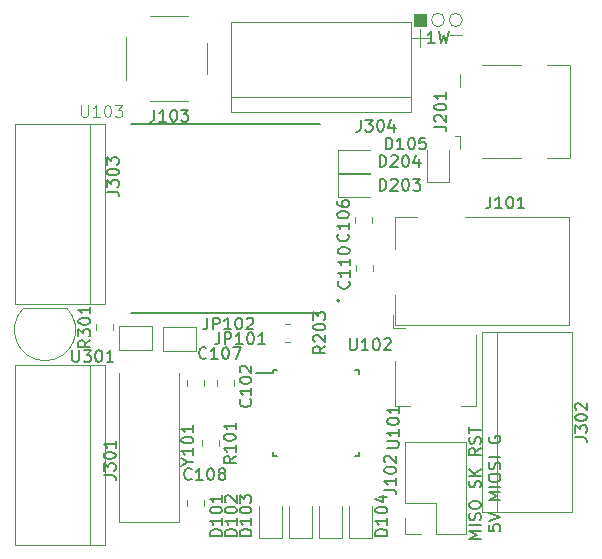
<source format=gbr>
%TF.GenerationSoftware,KiCad,Pcbnew,(5.1.9)-1*%
%TF.CreationDate,2021-02-24T17:00:30-05:00*%
%TF.ProjectId,Module Central,4d6f6475-6c65-4204-9365-6e7472616c2e,rev?*%
%TF.SameCoordinates,Original*%
%TF.FileFunction,Legend,Top*%
%TF.FilePolarity,Positive*%
%FSLAX46Y46*%
G04 Gerber Fmt 4.6, Leading zero omitted, Abs format (unit mm)*
G04 Created by KiCad (PCBNEW (5.1.9)-1) date 2021-02-24 17:00:30*
%MOMM*%
%LPD*%
G01*
G04 APERTURE LIST*
%ADD10C,0.150000*%
%ADD11C,0.120000*%
%ADD12C,0.100000*%
%ADD13C,0.203200*%
%ADD14C,0.200000*%
%ADD15C,0.015000*%
G04 APERTURE END LIST*
D10*
X130714285Y-34702380D02*
X130142857Y-34702380D01*
X130428571Y-34702380D02*
X130428571Y-33702380D01*
X130333333Y-33845238D01*
X130238095Y-33940476D01*
X130142857Y-33988095D01*
X131047619Y-33702380D02*
X131285714Y-34702380D01*
X131476190Y-33988095D01*
X131666666Y-34702380D01*
X131904761Y-33702380D01*
D11*
X132000000Y-34000000D02*
X133000000Y-34000000D01*
X133059017Y-32750000D02*
G75*
G03*
X133059017Y-32750000I-559017J0D01*
G01*
X131559017Y-32750000D02*
G75*
G03*
X131559017Y-32750000I-559017J0D01*
G01*
X129500000Y-33750000D02*
X129500000Y-33500000D01*
X128750000Y-34250000D02*
X130250000Y-34250000D01*
X129500000Y-33750000D02*
X129500000Y-35000000D01*
D12*
G36*
X130000000Y-33250000D02*
G01*
X129000000Y-33250000D01*
X129000000Y-32250000D01*
X130000000Y-32250000D01*
X130000000Y-33250000D01*
G37*
X130000000Y-33250000D02*
X129000000Y-33250000D01*
X129000000Y-32250000D01*
X130000000Y-32250000D01*
X130000000Y-33250000D01*
D10*
X134627380Y-76666666D02*
X133627380Y-76666666D01*
X134341666Y-76333333D01*
X133627380Y-76000000D01*
X134627380Y-76000000D01*
X134627380Y-75523809D02*
X133627380Y-75523809D01*
X134579761Y-75095238D02*
X134627380Y-74952380D01*
X134627380Y-74714285D01*
X134579761Y-74619047D01*
X134532142Y-74571428D01*
X134436904Y-74523809D01*
X134341666Y-74523809D01*
X134246428Y-74571428D01*
X134198809Y-74619047D01*
X134151190Y-74714285D01*
X134103571Y-74904761D01*
X134055952Y-75000000D01*
X134008333Y-75047619D01*
X133913095Y-75095238D01*
X133817857Y-75095238D01*
X133722619Y-75047619D01*
X133675000Y-75000000D01*
X133627380Y-74904761D01*
X133627380Y-74666666D01*
X133675000Y-74523809D01*
X133627380Y-73904761D02*
X133627380Y-73714285D01*
X133675000Y-73619047D01*
X133770238Y-73523809D01*
X133960714Y-73476190D01*
X134294047Y-73476190D01*
X134484523Y-73523809D01*
X134579761Y-73619047D01*
X134627380Y-73714285D01*
X134627380Y-73904761D01*
X134579761Y-74000000D01*
X134484523Y-74095238D01*
X134294047Y-74142857D01*
X133960714Y-74142857D01*
X133770238Y-74095238D01*
X133675000Y-74000000D01*
X133627380Y-73904761D01*
X134579761Y-72333333D02*
X134627380Y-72190476D01*
X134627380Y-71952380D01*
X134579761Y-71857142D01*
X134532142Y-71809523D01*
X134436904Y-71761904D01*
X134341666Y-71761904D01*
X134246428Y-71809523D01*
X134198809Y-71857142D01*
X134151190Y-71952380D01*
X134103571Y-72142857D01*
X134055952Y-72238095D01*
X134008333Y-72285714D01*
X133913095Y-72333333D01*
X133817857Y-72333333D01*
X133722619Y-72285714D01*
X133675000Y-72238095D01*
X133627380Y-72142857D01*
X133627380Y-71904761D01*
X133675000Y-71761904D01*
X134627380Y-71333333D02*
X133627380Y-71333333D01*
X134627380Y-70761904D02*
X134055952Y-71190476D01*
X133627380Y-70761904D02*
X134198809Y-71333333D01*
X134627380Y-69000000D02*
X134151190Y-69333333D01*
X134627380Y-69571428D02*
X133627380Y-69571428D01*
X133627380Y-69190476D01*
X133675000Y-69095238D01*
X133722619Y-69047619D01*
X133817857Y-69000000D01*
X133960714Y-69000000D01*
X134055952Y-69047619D01*
X134103571Y-69095238D01*
X134151190Y-69190476D01*
X134151190Y-69571428D01*
X134579761Y-68619047D02*
X134627380Y-68476190D01*
X134627380Y-68238095D01*
X134579761Y-68142857D01*
X134532142Y-68095238D01*
X134436904Y-68047619D01*
X134341666Y-68047619D01*
X134246428Y-68095238D01*
X134198809Y-68142857D01*
X134151190Y-68238095D01*
X134103571Y-68428571D01*
X134055952Y-68523809D01*
X134008333Y-68571428D01*
X133913095Y-68619047D01*
X133817857Y-68619047D01*
X133722619Y-68571428D01*
X133675000Y-68523809D01*
X133627380Y-68428571D01*
X133627380Y-68190476D01*
X133675000Y-68047619D01*
X133627380Y-67761904D02*
X133627380Y-67190476D01*
X134627380Y-67476190D02*
X133627380Y-67476190D01*
X135277380Y-75500000D02*
X135277380Y-75976190D01*
X135753571Y-76023809D01*
X135705952Y-75976190D01*
X135658333Y-75880952D01*
X135658333Y-75642857D01*
X135705952Y-75547619D01*
X135753571Y-75500000D01*
X135848809Y-75452380D01*
X136086904Y-75452380D01*
X136182142Y-75500000D01*
X136229761Y-75547619D01*
X136277380Y-75642857D01*
X136277380Y-75880952D01*
X136229761Y-75976190D01*
X136182142Y-76023809D01*
X135277380Y-75166666D02*
X136277380Y-74833333D01*
X135277380Y-74500000D01*
X136277380Y-73404761D02*
X135277380Y-73404761D01*
X135991666Y-73071428D01*
X135277380Y-72738095D01*
X136277380Y-72738095D01*
X136277380Y-72261904D02*
X135277380Y-72261904D01*
X135277380Y-71595238D02*
X135277380Y-71404761D01*
X135325000Y-71309523D01*
X135420238Y-71214285D01*
X135610714Y-71166666D01*
X135944047Y-71166666D01*
X136134523Y-71214285D01*
X136229761Y-71309523D01*
X136277380Y-71404761D01*
X136277380Y-71595238D01*
X136229761Y-71690476D01*
X136134523Y-71785714D01*
X135944047Y-71833333D01*
X135610714Y-71833333D01*
X135420238Y-71785714D01*
X135325000Y-71690476D01*
X135277380Y-71595238D01*
X136229761Y-70785714D02*
X136277380Y-70642857D01*
X136277380Y-70404761D01*
X136229761Y-70309523D01*
X136182142Y-70261904D01*
X136086904Y-70214285D01*
X135991666Y-70214285D01*
X135896428Y-70261904D01*
X135848809Y-70309523D01*
X135801190Y-70404761D01*
X135753571Y-70595238D01*
X135705952Y-70690476D01*
X135658333Y-70738095D01*
X135563095Y-70785714D01*
X135467857Y-70785714D01*
X135372619Y-70738095D01*
X135325000Y-70690476D01*
X135277380Y-70595238D01*
X135277380Y-70357142D01*
X135325000Y-70214285D01*
X136277380Y-69785714D02*
X135277380Y-69785714D01*
X135325000Y-68023809D02*
X135277380Y-68119047D01*
X135277380Y-68261904D01*
X135325000Y-68404761D01*
X135420238Y-68500000D01*
X135515476Y-68547619D01*
X135705952Y-68595238D01*
X135848809Y-68595238D01*
X136039285Y-68547619D01*
X136134523Y-68500000D01*
X136229761Y-68404761D01*
X136277380Y-68261904D01*
X136277380Y-68166666D01*
X136229761Y-68023809D01*
X136182142Y-67976190D01*
X135848809Y-67976190D01*
X135848809Y-68166666D01*
D11*
%TO.C,C102*%
X113765000Y-63761252D02*
X113765000Y-63238748D01*
X112295000Y-63761252D02*
X112295000Y-63238748D01*
%TO.C,C106*%
X125445000Y-49458748D02*
X125445000Y-49981252D01*
X123975000Y-49458748D02*
X123975000Y-49981252D01*
%TO.C,C107*%
X109755000Y-63238748D02*
X109755000Y-63761252D01*
X111225000Y-63238748D02*
X111225000Y-63761252D01*
%TO.C,C108*%
X109755000Y-73921252D02*
X109755000Y-73398748D01*
X111225000Y-73921252D02*
X111225000Y-73398748D01*
%TO.C,C110*%
X125485000Y-54011252D02*
X125485000Y-53488748D01*
X124015000Y-54011252D02*
X124015000Y-53488748D01*
%TO.C,D101*%
X117800000Y-76615000D02*
X117800000Y-73930000D01*
X115880000Y-76615000D02*
X117800000Y-76615000D01*
X115880000Y-73930000D02*
X115880000Y-76615000D01*
%TO.C,D102*%
X120340000Y-76615000D02*
X120340000Y-73930000D01*
X118420000Y-76615000D02*
X120340000Y-76615000D01*
X118420000Y-73930000D02*
X118420000Y-76615000D01*
%TO.C,D103*%
X120960000Y-73930000D02*
X120960000Y-76615000D01*
X120960000Y-76615000D02*
X122880000Y-76615000D01*
X122880000Y-76615000D02*
X122880000Y-73930000D01*
%TO.C,D104*%
X123500000Y-73930000D02*
X123500000Y-76615000D01*
X123500000Y-76615000D02*
X125420000Y-76615000D01*
X125420000Y-76615000D02*
X125420000Y-73930000D01*
%TO.C,D203*%
X125250000Y-45790000D02*
X122565000Y-45790000D01*
X122565000Y-45790000D02*
X122565000Y-47710000D01*
X122565000Y-47710000D02*
X125250000Y-47710000D01*
%TO.C,D204*%
X122565000Y-45710000D02*
X125250000Y-45710000D01*
X122565000Y-43790000D02*
X122565000Y-45710000D01*
X125250000Y-43790000D02*
X122565000Y-43790000D01*
%TO.C,J101*%
X127150000Y-57750000D02*
X127150000Y-58800000D01*
X128200000Y-58800000D02*
X127150000Y-58800000D01*
X133250000Y-49400000D02*
X142050000Y-49400000D01*
X142050000Y-49400000D02*
X142050000Y-58600000D01*
X127350000Y-52100000D02*
X127350000Y-49400000D01*
X127350000Y-49400000D02*
X129250000Y-49400000D01*
X142050000Y-58600000D02*
X127350000Y-58600000D01*
X127350000Y-58600000D02*
X127350000Y-56000000D01*
%TO.C,J102*%
X133410000Y-76260000D02*
X130810000Y-76260000D01*
X133410000Y-76260000D02*
X133410000Y-68520000D01*
X133410000Y-68520000D02*
X128210000Y-68520000D01*
X128210000Y-73660000D02*
X128210000Y-68520000D01*
X130810000Y-73660000D02*
X128210000Y-73660000D01*
X130810000Y-76260000D02*
X130810000Y-73660000D01*
X128210000Y-76260000D02*
X128210000Y-74930000D01*
X129540000Y-76260000D02*
X128210000Y-76260000D01*
%TO.C,J103*%
X104570000Y-37800000D02*
X104570000Y-34200000D01*
X111450000Y-37300000D02*
X111450000Y-34700000D01*
X106650000Y-32400000D02*
X109850000Y-32400000D01*
X106650000Y-39600000D02*
X109850000Y-39600000D01*
%TO.C,J201*%
X142160000Y-36590000D02*
X142160000Y-44410000D01*
X132840000Y-42610000D02*
X132410000Y-42610000D01*
X142160000Y-36590000D02*
X140210000Y-36590000D01*
X137990000Y-36590000D02*
X134760000Y-36590000D01*
X132840000Y-38390000D02*
X132840000Y-37310000D01*
X132840000Y-43690000D02*
X132840000Y-42610000D01*
X137990000Y-44410000D02*
X134760000Y-44410000D01*
X142160000Y-44410000D02*
X140210000Y-44410000D01*
%TO.C,J301*%
X102810000Y-77200000D02*
X95190000Y-77200000D01*
X102810000Y-61960000D02*
X95190000Y-61960000D01*
X101540000Y-77200000D02*
X101540000Y-61960000D01*
X95190000Y-77200000D02*
X95190000Y-61960000D01*
X102810000Y-77200000D02*
X102810000Y-61960000D01*
%TO.C,J302*%
X134690000Y-59210000D02*
X134690000Y-74450000D01*
X142310000Y-59210000D02*
X142310000Y-74450000D01*
X135960000Y-59210000D02*
X135960000Y-74450000D01*
X134690000Y-74450000D02*
X142310000Y-74450000D01*
X134690000Y-59210000D02*
X142310000Y-59210000D01*
%TO.C,J303*%
X102810000Y-56790000D02*
X95190000Y-56790000D01*
X102810000Y-41550000D02*
X95190000Y-41550000D01*
X101540000Y-56790000D02*
X101540000Y-41550000D01*
X95190000Y-56790000D02*
X95190000Y-41550000D01*
X102810000Y-56790000D02*
X102810000Y-41550000D01*
%TO.C,J304*%
X113460000Y-40560000D02*
X128700000Y-40560000D01*
X113460000Y-32940000D02*
X128700000Y-32940000D01*
X113460000Y-39290000D02*
X128700000Y-39290000D01*
X128700000Y-40560000D02*
X128700000Y-32940000D01*
X113460000Y-40560000D02*
X113460000Y-32940000D01*
%TO.C,JP101*%
X110550000Y-58750000D02*
X110550000Y-60750000D01*
X107750000Y-58750000D02*
X110550000Y-58750000D01*
X107750000Y-60750000D02*
X107750000Y-58750000D01*
X110550000Y-60750000D02*
X107750000Y-60750000D01*
%TO.C,JP102*%
X106810000Y-60690000D02*
X104010000Y-60690000D01*
X104010000Y-60690000D02*
X104010000Y-58690000D01*
X104010000Y-58690000D02*
X106810000Y-58690000D01*
X106810000Y-58690000D02*
X106810000Y-60690000D01*
%TO.C,R101*%
X112495000Y-68352936D02*
X112495000Y-68807064D01*
X111025000Y-68352936D02*
X111025000Y-68807064D01*
%TO.C,R203*%
X118477064Y-59985000D02*
X118022936Y-59985000D01*
X118477064Y-58515000D02*
X118022936Y-58515000D01*
%TO.C,R301*%
X103485000Y-58977064D02*
X103485000Y-58522936D01*
X102015000Y-58977064D02*
X102015000Y-58522936D01*
%TO.C,U101*%
X127400000Y-65410000D02*
X128660000Y-65410000D01*
X134220000Y-65410000D02*
X132960000Y-65410000D01*
X127400000Y-61650000D02*
X127400000Y-65410000D01*
X134220000Y-59400000D02*
X134220000Y-65410000D01*
D10*
%TO.C,U102*%
X117025000Y-62415000D02*
X117025000Y-62640000D01*
X124275000Y-62415000D02*
X124275000Y-62740000D01*
X124275000Y-69665000D02*
X124275000Y-69340000D01*
X117025000Y-69665000D02*
X117025000Y-69340000D01*
X117025000Y-62415000D02*
X117350000Y-62415000D01*
X117025000Y-69665000D02*
X117350000Y-69665000D01*
X124275000Y-69665000D02*
X123950000Y-69665000D01*
X124275000Y-62415000D02*
X123950000Y-62415000D01*
X117025000Y-62640000D02*
X115600000Y-62640000D01*
D13*
%TO.C,U103*%
X121030000Y-57530000D02*
X105030000Y-57530000D01*
X105030000Y-41530000D02*
X121030000Y-41530000D01*
D14*
X122655000Y-56515000D02*
G75*
G03*
X122655000Y-56515000I-100000J0D01*
G01*
D11*
%TO.C,U301*%
X99530000Y-57150000D02*
X95930000Y-57150000D01*
X99568478Y-57161522D02*
G75*
G02*
X97730000Y-61600000I-1838478J-1838478D01*
G01*
X95891522Y-57161522D02*
G75*
G03*
X97730000Y-61600000I1838478J-1838478D01*
G01*
%TO.C,Y101*%
X103950000Y-62680000D02*
X103950000Y-75280000D01*
X103950000Y-75280000D02*
X109050000Y-75280000D01*
X109050000Y-75280000D02*
X109050000Y-62680000D01*
%TO.C,D105*%
X130040000Y-43750000D02*
X130040000Y-46435000D01*
X130040000Y-46435000D02*
X131960000Y-46435000D01*
X131960000Y-46435000D02*
X131960000Y-43750000D01*
%TO.C,C102*%
D10*
X115107142Y-64869047D02*
X115154761Y-64916666D01*
X115202380Y-65059523D01*
X115202380Y-65154761D01*
X115154761Y-65297619D01*
X115059523Y-65392857D01*
X114964285Y-65440476D01*
X114773809Y-65488095D01*
X114630952Y-65488095D01*
X114440476Y-65440476D01*
X114345238Y-65392857D01*
X114250000Y-65297619D01*
X114202380Y-65154761D01*
X114202380Y-65059523D01*
X114250000Y-64916666D01*
X114297619Y-64869047D01*
X115202380Y-63916666D02*
X115202380Y-64488095D01*
X115202380Y-64202380D02*
X114202380Y-64202380D01*
X114345238Y-64297619D01*
X114440476Y-64392857D01*
X114488095Y-64488095D01*
X114202380Y-63297619D02*
X114202380Y-63202380D01*
X114250000Y-63107142D01*
X114297619Y-63059523D01*
X114392857Y-63011904D01*
X114583333Y-62964285D01*
X114821428Y-62964285D01*
X115011904Y-63011904D01*
X115107142Y-63059523D01*
X115154761Y-63107142D01*
X115202380Y-63202380D01*
X115202380Y-63297619D01*
X115154761Y-63392857D01*
X115107142Y-63440476D01*
X115011904Y-63488095D01*
X114821428Y-63535714D01*
X114583333Y-63535714D01*
X114392857Y-63488095D01*
X114297619Y-63440476D01*
X114250000Y-63392857D01*
X114202380Y-63297619D01*
X114297619Y-62583333D02*
X114250000Y-62535714D01*
X114202380Y-62440476D01*
X114202380Y-62202380D01*
X114250000Y-62107142D01*
X114297619Y-62059523D01*
X114392857Y-62011904D01*
X114488095Y-62011904D01*
X114630952Y-62059523D01*
X115202380Y-62630952D01*
X115202380Y-62011904D01*
%TO.C,C106*%
X123357142Y-50869047D02*
X123404761Y-50916666D01*
X123452380Y-51059523D01*
X123452380Y-51154761D01*
X123404761Y-51297619D01*
X123309523Y-51392857D01*
X123214285Y-51440476D01*
X123023809Y-51488095D01*
X122880952Y-51488095D01*
X122690476Y-51440476D01*
X122595238Y-51392857D01*
X122500000Y-51297619D01*
X122452380Y-51154761D01*
X122452380Y-51059523D01*
X122500000Y-50916666D01*
X122547619Y-50869047D01*
X123452380Y-49916666D02*
X123452380Y-50488095D01*
X123452380Y-50202380D02*
X122452380Y-50202380D01*
X122595238Y-50297619D01*
X122690476Y-50392857D01*
X122738095Y-50488095D01*
X122452380Y-49297619D02*
X122452380Y-49202380D01*
X122500000Y-49107142D01*
X122547619Y-49059523D01*
X122642857Y-49011904D01*
X122833333Y-48964285D01*
X123071428Y-48964285D01*
X123261904Y-49011904D01*
X123357142Y-49059523D01*
X123404761Y-49107142D01*
X123452380Y-49202380D01*
X123452380Y-49297619D01*
X123404761Y-49392857D01*
X123357142Y-49440476D01*
X123261904Y-49488095D01*
X123071428Y-49535714D01*
X122833333Y-49535714D01*
X122642857Y-49488095D01*
X122547619Y-49440476D01*
X122500000Y-49392857D01*
X122452380Y-49297619D01*
X122452380Y-48107142D02*
X122452380Y-48297619D01*
X122500000Y-48392857D01*
X122547619Y-48440476D01*
X122690476Y-48535714D01*
X122880952Y-48583333D01*
X123261904Y-48583333D01*
X123357142Y-48535714D01*
X123404761Y-48488095D01*
X123452380Y-48392857D01*
X123452380Y-48202380D01*
X123404761Y-48107142D01*
X123357142Y-48059523D01*
X123261904Y-48011904D01*
X123023809Y-48011904D01*
X122928571Y-48059523D01*
X122880952Y-48107142D01*
X122833333Y-48202380D01*
X122833333Y-48392857D01*
X122880952Y-48488095D01*
X122928571Y-48535714D01*
X123023809Y-48583333D01*
%TO.C,C107*%
X111380952Y-61357142D02*
X111333333Y-61404761D01*
X111190476Y-61452380D01*
X111095238Y-61452380D01*
X110952380Y-61404761D01*
X110857142Y-61309523D01*
X110809523Y-61214285D01*
X110761904Y-61023809D01*
X110761904Y-60880952D01*
X110809523Y-60690476D01*
X110857142Y-60595238D01*
X110952380Y-60500000D01*
X111095238Y-60452380D01*
X111190476Y-60452380D01*
X111333333Y-60500000D01*
X111380952Y-60547619D01*
X112333333Y-61452380D02*
X111761904Y-61452380D01*
X112047619Y-61452380D02*
X112047619Y-60452380D01*
X111952380Y-60595238D01*
X111857142Y-60690476D01*
X111761904Y-60738095D01*
X112952380Y-60452380D02*
X113047619Y-60452380D01*
X113142857Y-60500000D01*
X113190476Y-60547619D01*
X113238095Y-60642857D01*
X113285714Y-60833333D01*
X113285714Y-61071428D01*
X113238095Y-61261904D01*
X113190476Y-61357142D01*
X113142857Y-61404761D01*
X113047619Y-61452380D01*
X112952380Y-61452380D01*
X112857142Y-61404761D01*
X112809523Y-61357142D01*
X112761904Y-61261904D01*
X112714285Y-61071428D01*
X112714285Y-60833333D01*
X112761904Y-60642857D01*
X112809523Y-60547619D01*
X112857142Y-60500000D01*
X112952380Y-60452380D01*
X113619047Y-60452380D02*
X114285714Y-60452380D01*
X113857142Y-61452380D01*
%TO.C,C108*%
X110130952Y-71607142D02*
X110083333Y-71654761D01*
X109940476Y-71702380D01*
X109845238Y-71702380D01*
X109702380Y-71654761D01*
X109607142Y-71559523D01*
X109559523Y-71464285D01*
X109511904Y-71273809D01*
X109511904Y-71130952D01*
X109559523Y-70940476D01*
X109607142Y-70845238D01*
X109702380Y-70750000D01*
X109845238Y-70702380D01*
X109940476Y-70702380D01*
X110083333Y-70750000D01*
X110130952Y-70797619D01*
X111083333Y-71702380D02*
X110511904Y-71702380D01*
X110797619Y-71702380D02*
X110797619Y-70702380D01*
X110702380Y-70845238D01*
X110607142Y-70940476D01*
X110511904Y-70988095D01*
X111702380Y-70702380D02*
X111797619Y-70702380D01*
X111892857Y-70750000D01*
X111940476Y-70797619D01*
X111988095Y-70892857D01*
X112035714Y-71083333D01*
X112035714Y-71321428D01*
X111988095Y-71511904D01*
X111940476Y-71607142D01*
X111892857Y-71654761D01*
X111797619Y-71702380D01*
X111702380Y-71702380D01*
X111607142Y-71654761D01*
X111559523Y-71607142D01*
X111511904Y-71511904D01*
X111464285Y-71321428D01*
X111464285Y-71083333D01*
X111511904Y-70892857D01*
X111559523Y-70797619D01*
X111607142Y-70750000D01*
X111702380Y-70702380D01*
X112607142Y-71130952D02*
X112511904Y-71083333D01*
X112464285Y-71035714D01*
X112416666Y-70940476D01*
X112416666Y-70892857D01*
X112464285Y-70797619D01*
X112511904Y-70750000D01*
X112607142Y-70702380D01*
X112797619Y-70702380D01*
X112892857Y-70750000D01*
X112940476Y-70797619D01*
X112988095Y-70892857D01*
X112988095Y-70940476D01*
X112940476Y-71035714D01*
X112892857Y-71083333D01*
X112797619Y-71130952D01*
X112607142Y-71130952D01*
X112511904Y-71178571D01*
X112464285Y-71226190D01*
X112416666Y-71321428D01*
X112416666Y-71511904D01*
X112464285Y-71607142D01*
X112511904Y-71654761D01*
X112607142Y-71702380D01*
X112797619Y-71702380D01*
X112892857Y-71654761D01*
X112940476Y-71607142D01*
X112988095Y-71511904D01*
X112988095Y-71321428D01*
X112940476Y-71226190D01*
X112892857Y-71178571D01*
X112797619Y-71130952D01*
%TO.C,C110*%
X123427142Y-54869047D02*
X123474761Y-54916666D01*
X123522380Y-55059523D01*
X123522380Y-55154761D01*
X123474761Y-55297619D01*
X123379523Y-55392857D01*
X123284285Y-55440476D01*
X123093809Y-55488095D01*
X122950952Y-55488095D01*
X122760476Y-55440476D01*
X122665238Y-55392857D01*
X122570000Y-55297619D01*
X122522380Y-55154761D01*
X122522380Y-55059523D01*
X122570000Y-54916666D01*
X122617619Y-54869047D01*
X123522380Y-53916666D02*
X123522380Y-54488095D01*
X123522380Y-54202380D02*
X122522380Y-54202380D01*
X122665238Y-54297619D01*
X122760476Y-54392857D01*
X122808095Y-54488095D01*
X123522380Y-52964285D02*
X123522380Y-53535714D01*
X123522380Y-53250000D02*
X122522380Y-53250000D01*
X122665238Y-53345238D01*
X122760476Y-53440476D01*
X122808095Y-53535714D01*
X122522380Y-52345238D02*
X122522380Y-52250000D01*
X122570000Y-52154761D01*
X122617619Y-52107142D01*
X122712857Y-52059523D01*
X122903333Y-52011904D01*
X123141428Y-52011904D01*
X123331904Y-52059523D01*
X123427142Y-52107142D01*
X123474761Y-52154761D01*
X123522380Y-52250000D01*
X123522380Y-52345238D01*
X123474761Y-52440476D01*
X123427142Y-52488095D01*
X123331904Y-52535714D01*
X123141428Y-52583333D01*
X122903333Y-52583333D01*
X122712857Y-52535714D01*
X122617619Y-52488095D01*
X122570000Y-52440476D01*
X122522380Y-52345238D01*
%TO.C,D101*%
X112702380Y-76440476D02*
X111702380Y-76440476D01*
X111702380Y-76202380D01*
X111750000Y-76059523D01*
X111845238Y-75964285D01*
X111940476Y-75916666D01*
X112130952Y-75869047D01*
X112273809Y-75869047D01*
X112464285Y-75916666D01*
X112559523Y-75964285D01*
X112654761Y-76059523D01*
X112702380Y-76202380D01*
X112702380Y-76440476D01*
X112702380Y-74916666D02*
X112702380Y-75488095D01*
X112702380Y-75202380D02*
X111702380Y-75202380D01*
X111845238Y-75297619D01*
X111940476Y-75392857D01*
X111988095Y-75488095D01*
X111702380Y-74297619D02*
X111702380Y-74202380D01*
X111750000Y-74107142D01*
X111797619Y-74059523D01*
X111892857Y-74011904D01*
X112083333Y-73964285D01*
X112321428Y-73964285D01*
X112511904Y-74011904D01*
X112607142Y-74059523D01*
X112654761Y-74107142D01*
X112702380Y-74202380D01*
X112702380Y-74297619D01*
X112654761Y-74392857D01*
X112607142Y-74440476D01*
X112511904Y-74488095D01*
X112321428Y-74535714D01*
X112083333Y-74535714D01*
X111892857Y-74488095D01*
X111797619Y-74440476D01*
X111750000Y-74392857D01*
X111702380Y-74297619D01*
X112702380Y-73011904D02*
X112702380Y-73583333D01*
X112702380Y-73297619D02*
X111702380Y-73297619D01*
X111845238Y-73392857D01*
X111940476Y-73488095D01*
X111988095Y-73583333D01*
%TO.C,D102*%
X113952380Y-76440476D02*
X112952380Y-76440476D01*
X112952380Y-76202380D01*
X113000000Y-76059523D01*
X113095238Y-75964285D01*
X113190476Y-75916666D01*
X113380952Y-75869047D01*
X113523809Y-75869047D01*
X113714285Y-75916666D01*
X113809523Y-75964285D01*
X113904761Y-76059523D01*
X113952380Y-76202380D01*
X113952380Y-76440476D01*
X113952380Y-74916666D02*
X113952380Y-75488095D01*
X113952380Y-75202380D02*
X112952380Y-75202380D01*
X113095238Y-75297619D01*
X113190476Y-75392857D01*
X113238095Y-75488095D01*
X112952380Y-74297619D02*
X112952380Y-74202380D01*
X113000000Y-74107142D01*
X113047619Y-74059523D01*
X113142857Y-74011904D01*
X113333333Y-73964285D01*
X113571428Y-73964285D01*
X113761904Y-74011904D01*
X113857142Y-74059523D01*
X113904761Y-74107142D01*
X113952380Y-74202380D01*
X113952380Y-74297619D01*
X113904761Y-74392857D01*
X113857142Y-74440476D01*
X113761904Y-74488095D01*
X113571428Y-74535714D01*
X113333333Y-74535714D01*
X113142857Y-74488095D01*
X113047619Y-74440476D01*
X113000000Y-74392857D01*
X112952380Y-74297619D01*
X113047619Y-73583333D02*
X113000000Y-73535714D01*
X112952380Y-73440476D01*
X112952380Y-73202380D01*
X113000000Y-73107142D01*
X113047619Y-73059523D01*
X113142857Y-73011904D01*
X113238095Y-73011904D01*
X113380952Y-73059523D01*
X113952380Y-73630952D01*
X113952380Y-73011904D01*
%TO.C,D103*%
X115202380Y-76440476D02*
X114202380Y-76440476D01*
X114202380Y-76202380D01*
X114250000Y-76059523D01*
X114345238Y-75964285D01*
X114440476Y-75916666D01*
X114630952Y-75869047D01*
X114773809Y-75869047D01*
X114964285Y-75916666D01*
X115059523Y-75964285D01*
X115154761Y-76059523D01*
X115202380Y-76202380D01*
X115202380Y-76440476D01*
X115202380Y-74916666D02*
X115202380Y-75488095D01*
X115202380Y-75202380D02*
X114202380Y-75202380D01*
X114345238Y-75297619D01*
X114440476Y-75392857D01*
X114488095Y-75488095D01*
X114202380Y-74297619D02*
X114202380Y-74202380D01*
X114250000Y-74107142D01*
X114297619Y-74059523D01*
X114392857Y-74011904D01*
X114583333Y-73964285D01*
X114821428Y-73964285D01*
X115011904Y-74011904D01*
X115107142Y-74059523D01*
X115154761Y-74107142D01*
X115202380Y-74202380D01*
X115202380Y-74297619D01*
X115154761Y-74392857D01*
X115107142Y-74440476D01*
X115011904Y-74488095D01*
X114821428Y-74535714D01*
X114583333Y-74535714D01*
X114392857Y-74488095D01*
X114297619Y-74440476D01*
X114250000Y-74392857D01*
X114202380Y-74297619D01*
X114202380Y-73630952D02*
X114202380Y-73011904D01*
X114583333Y-73345238D01*
X114583333Y-73202380D01*
X114630952Y-73107142D01*
X114678571Y-73059523D01*
X114773809Y-73011904D01*
X115011904Y-73011904D01*
X115107142Y-73059523D01*
X115154761Y-73107142D01*
X115202380Y-73202380D01*
X115202380Y-73488095D01*
X115154761Y-73583333D01*
X115107142Y-73630952D01*
%TO.C,D104*%
X126702380Y-76440476D02*
X125702380Y-76440476D01*
X125702380Y-76202380D01*
X125750000Y-76059523D01*
X125845238Y-75964285D01*
X125940476Y-75916666D01*
X126130952Y-75869047D01*
X126273809Y-75869047D01*
X126464285Y-75916666D01*
X126559523Y-75964285D01*
X126654761Y-76059523D01*
X126702380Y-76202380D01*
X126702380Y-76440476D01*
X126702380Y-74916666D02*
X126702380Y-75488095D01*
X126702380Y-75202380D02*
X125702380Y-75202380D01*
X125845238Y-75297619D01*
X125940476Y-75392857D01*
X125988095Y-75488095D01*
X125702380Y-74297619D02*
X125702380Y-74202380D01*
X125750000Y-74107142D01*
X125797619Y-74059523D01*
X125892857Y-74011904D01*
X126083333Y-73964285D01*
X126321428Y-73964285D01*
X126511904Y-74011904D01*
X126607142Y-74059523D01*
X126654761Y-74107142D01*
X126702380Y-74202380D01*
X126702380Y-74297619D01*
X126654761Y-74392857D01*
X126607142Y-74440476D01*
X126511904Y-74488095D01*
X126321428Y-74535714D01*
X126083333Y-74535714D01*
X125892857Y-74488095D01*
X125797619Y-74440476D01*
X125750000Y-74392857D01*
X125702380Y-74297619D01*
X126035714Y-73107142D02*
X126702380Y-73107142D01*
X125654761Y-73345238D02*
X126369047Y-73583333D01*
X126369047Y-72964285D01*
%TO.C,D203*%
X126059523Y-47202380D02*
X126059523Y-46202380D01*
X126297619Y-46202380D01*
X126440476Y-46250000D01*
X126535714Y-46345238D01*
X126583333Y-46440476D01*
X126630952Y-46630952D01*
X126630952Y-46773809D01*
X126583333Y-46964285D01*
X126535714Y-47059523D01*
X126440476Y-47154761D01*
X126297619Y-47202380D01*
X126059523Y-47202380D01*
X127011904Y-46297619D02*
X127059523Y-46250000D01*
X127154761Y-46202380D01*
X127392857Y-46202380D01*
X127488095Y-46250000D01*
X127535714Y-46297619D01*
X127583333Y-46392857D01*
X127583333Y-46488095D01*
X127535714Y-46630952D01*
X126964285Y-47202380D01*
X127583333Y-47202380D01*
X128202380Y-46202380D02*
X128297619Y-46202380D01*
X128392857Y-46250000D01*
X128440476Y-46297619D01*
X128488095Y-46392857D01*
X128535714Y-46583333D01*
X128535714Y-46821428D01*
X128488095Y-47011904D01*
X128440476Y-47107142D01*
X128392857Y-47154761D01*
X128297619Y-47202380D01*
X128202380Y-47202380D01*
X128107142Y-47154761D01*
X128059523Y-47107142D01*
X128011904Y-47011904D01*
X127964285Y-46821428D01*
X127964285Y-46583333D01*
X128011904Y-46392857D01*
X128059523Y-46297619D01*
X128107142Y-46250000D01*
X128202380Y-46202380D01*
X128869047Y-46202380D02*
X129488095Y-46202380D01*
X129154761Y-46583333D01*
X129297619Y-46583333D01*
X129392857Y-46630952D01*
X129440476Y-46678571D01*
X129488095Y-46773809D01*
X129488095Y-47011904D01*
X129440476Y-47107142D01*
X129392857Y-47154761D01*
X129297619Y-47202380D01*
X129011904Y-47202380D01*
X128916666Y-47154761D01*
X128869047Y-47107142D01*
%TO.C,D204*%
X126059523Y-45202380D02*
X126059523Y-44202380D01*
X126297619Y-44202380D01*
X126440476Y-44250000D01*
X126535714Y-44345238D01*
X126583333Y-44440476D01*
X126630952Y-44630952D01*
X126630952Y-44773809D01*
X126583333Y-44964285D01*
X126535714Y-45059523D01*
X126440476Y-45154761D01*
X126297619Y-45202380D01*
X126059523Y-45202380D01*
X127011904Y-44297619D02*
X127059523Y-44250000D01*
X127154761Y-44202380D01*
X127392857Y-44202380D01*
X127488095Y-44250000D01*
X127535714Y-44297619D01*
X127583333Y-44392857D01*
X127583333Y-44488095D01*
X127535714Y-44630952D01*
X126964285Y-45202380D01*
X127583333Y-45202380D01*
X128202380Y-44202380D02*
X128297619Y-44202380D01*
X128392857Y-44250000D01*
X128440476Y-44297619D01*
X128488095Y-44392857D01*
X128535714Y-44583333D01*
X128535714Y-44821428D01*
X128488095Y-45011904D01*
X128440476Y-45107142D01*
X128392857Y-45154761D01*
X128297619Y-45202380D01*
X128202380Y-45202380D01*
X128107142Y-45154761D01*
X128059523Y-45107142D01*
X128011904Y-45011904D01*
X127964285Y-44821428D01*
X127964285Y-44583333D01*
X128011904Y-44392857D01*
X128059523Y-44297619D01*
X128107142Y-44250000D01*
X128202380Y-44202380D01*
X129392857Y-44535714D02*
X129392857Y-45202380D01*
X129154761Y-44154761D02*
X128916666Y-44869047D01*
X129535714Y-44869047D01*
%TO.C,J101*%
X135414285Y-47702380D02*
X135414285Y-48416666D01*
X135366666Y-48559523D01*
X135271428Y-48654761D01*
X135128571Y-48702380D01*
X135033333Y-48702380D01*
X136414285Y-48702380D02*
X135842857Y-48702380D01*
X136128571Y-48702380D02*
X136128571Y-47702380D01*
X136033333Y-47845238D01*
X135938095Y-47940476D01*
X135842857Y-47988095D01*
X137033333Y-47702380D02*
X137128571Y-47702380D01*
X137223809Y-47750000D01*
X137271428Y-47797619D01*
X137319047Y-47892857D01*
X137366666Y-48083333D01*
X137366666Y-48321428D01*
X137319047Y-48511904D01*
X137271428Y-48607142D01*
X137223809Y-48654761D01*
X137128571Y-48702380D01*
X137033333Y-48702380D01*
X136938095Y-48654761D01*
X136890476Y-48607142D01*
X136842857Y-48511904D01*
X136795238Y-48321428D01*
X136795238Y-48083333D01*
X136842857Y-47892857D01*
X136890476Y-47797619D01*
X136938095Y-47750000D01*
X137033333Y-47702380D01*
X138319047Y-48702380D02*
X137747619Y-48702380D01*
X138033333Y-48702380D02*
X138033333Y-47702380D01*
X137938095Y-47845238D01*
X137842857Y-47940476D01*
X137747619Y-47988095D01*
%TO.C,J102*%
X126452380Y-72535714D02*
X127166666Y-72535714D01*
X127309523Y-72583333D01*
X127404761Y-72678571D01*
X127452380Y-72821428D01*
X127452380Y-72916666D01*
X127452380Y-71535714D02*
X127452380Y-72107142D01*
X127452380Y-71821428D02*
X126452380Y-71821428D01*
X126595238Y-71916666D01*
X126690476Y-72011904D01*
X126738095Y-72107142D01*
X126452380Y-70916666D02*
X126452380Y-70821428D01*
X126500000Y-70726190D01*
X126547619Y-70678571D01*
X126642857Y-70630952D01*
X126833333Y-70583333D01*
X127071428Y-70583333D01*
X127261904Y-70630952D01*
X127357142Y-70678571D01*
X127404761Y-70726190D01*
X127452380Y-70821428D01*
X127452380Y-70916666D01*
X127404761Y-71011904D01*
X127357142Y-71059523D01*
X127261904Y-71107142D01*
X127071428Y-71154761D01*
X126833333Y-71154761D01*
X126642857Y-71107142D01*
X126547619Y-71059523D01*
X126500000Y-71011904D01*
X126452380Y-70916666D01*
X126547619Y-70202380D02*
X126500000Y-70154761D01*
X126452380Y-70059523D01*
X126452380Y-69821428D01*
X126500000Y-69726190D01*
X126547619Y-69678571D01*
X126642857Y-69630952D01*
X126738095Y-69630952D01*
X126880952Y-69678571D01*
X127452380Y-70250000D01*
X127452380Y-69630952D01*
%TO.C,J103*%
X106964285Y-40352380D02*
X106964285Y-41066666D01*
X106916666Y-41209523D01*
X106821428Y-41304761D01*
X106678571Y-41352380D01*
X106583333Y-41352380D01*
X107964285Y-41352380D02*
X107392857Y-41352380D01*
X107678571Y-41352380D02*
X107678571Y-40352380D01*
X107583333Y-40495238D01*
X107488095Y-40590476D01*
X107392857Y-40638095D01*
X108583333Y-40352380D02*
X108678571Y-40352380D01*
X108773809Y-40400000D01*
X108821428Y-40447619D01*
X108869047Y-40542857D01*
X108916666Y-40733333D01*
X108916666Y-40971428D01*
X108869047Y-41161904D01*
X108821428Y-41257142D01*
X108773809Y-41304761D01*
X108678571Y-41352380D01*
X108583333Y-41352380D01*
X108488095Y-41304761D01*
X108440476Y-41257142D01*
X108392857Y-41161904D01*
X108345238Y-40971428D01*
X108345238Y-40733333D01*
X108392857Y-40542857D01*
X108440476Y-40447619D01*
X108488095Y-40400000D01*
X108583333Y-40352380D01*
X109250000Y-40352380D02*
X109869047Y-40352380D01*
X109535714Y-40733333D01*
X109678571Y-40733333D01*
X109773809Y-40780952D01*
X109821428Y-40828571D01*
X109869047Y-40923809D01*
X109869047Y-41161904D01*
X109821428Y-41257142D01*
X109773809Y-41304761D01*
X109678571Y-41352380D01*
X109392857Y-41352380D01*
X109297619Y-41304761D01*
X109250000Y-41257142D01*
%TO.C,J201*%
X130702380Y-41785714D02*
X131416666Y-41785714D01*
X131559523Y-41833333D01*
X131654761Y-41928571D01*
X131702380Y-42071428D01*
X131702380Y-42166666D01*
X130797619Y-41357142D02*
X130750000Y-41309523D01*
X130702380Y-41214285D01*
X130702380Y-40976190D01*
X130750000Y-40880952D01*
X130797619Y-40833333D01*
X130892857Y-40785714D01*
X130988095Y-40785714D01*
X131130952Y-40833333D01*
X131702380Y-41404761D01*
X131702380Y-40785714D01*
X130702380Y-40166666D02*
X130702380Y-40071428D01*
X130750000Y-39976190D01*
X130797619Y-39928571D01*
X130892857Y-39880952D01*
X131083333Y-39833333D01*
X131321428Y-39833333D01*
X131511904Y-39880952D01*
X131607142Y-39928571D01*
X131654761Y-39976190D01*
X131702380Y-40071428D01*
X131702380Y-40166666D01*
X131654761Y-40261904D01*
X131607142Y-40309523D01*
X131511904Y-40357142D01*
X131321428Y-40404761D01*
X131083333Y-40404761D01*
X130892857Y-40357142D01*
X130797619Y-40309523D01*
X130750000Y-40261904D01*
X130702380Y-40166666D01*
X131702380Y-38880952D02*
X131702380Y-39452380D01*
X131702380Y-39166666D02*
X130702380Y-39166666D01*
X130845238Y-39261904D01*
X130940476Y-39357142D01*
X130988095Y-39452380D01*
%TO.C,J301*%
X102702380Y-71285714D02*
X103416666Y-71285714D01*
X103559523Y-71333333D01*
X103654761Y-71428571D01*
X103702380Y-71571428D01*
X103702380Y-71666666D01*
X102702380Y-70904761D02*
X102702380Y-70285714D01*
X103083333Y-70619047D01*
X103083333Y-70476190D01*
X103130952Y-70380952D01*
X103178571Y-70333333D01*
X103273809Y-70285714D01*
X103511904Y-70285714D01*
X103607142Y-70333333D01*
X103654761Y-70380952D01*
X103702380Y-70476190D01*
X103702380Y-70761904D01*
X103654761Y-70857142D01*
X103607142Y-70904761D01*
X102702380Y-69666666D02*
X102702380Y-69571428D01*
X102750000Y-69476190D01*
X102797619Y-69428571D01*
X102892857Y-69380952D01*
X103083333Y-69333333D01*
X103321428Y-69333333D01*
X103511904Y-69380952D01*
X103607142Y-69428571D01*
X103654761Y-69476190D01*
X103702380Y-69571428D01*
X103702380Y-69666666D01*
X103654761Y-69761904D01*
X103607142Y-69809523D01*
X103511904Y-69857142D01*
X103321428Y-69904761D01*
X103083333Y-69904761D01*
X102892857Y-69857142D01*
X102797619Y-69809523D01*
X102750000Y-69761904D01*
X102702380Y-69666666D01*
X103702380Y-68380952D02*
X103702380Y-68952380D01*
X103702380Y-68666666D02*
X102702380Y-68666666D01*
X102845238Y-68761904D01*
X102940476Y-68857142D01*
X102988095Y-68952380D01*
%TO.C,J302*%
X142602380Y-68085714D02*
X143316666Y-68085714D01*
X143459523Y-68133333D01*
X143554761Y-68228571D01*
X143602380Y-68371428D01*
X143602380Y-68466666D01*
X142602380Y-67704761D02*
X142602380Y-67085714D01*
X142983333Y-67419047D01*
X142983333Y-67276190D01*
X143030952Y-67180952D01*
X143078571Y-67133333D01*
X143173809Y-67085714D01*
X143411904Y-67085714D01*
X143507142Y-67133333D01*
X143554761Y-67180952D01*
X143602380Y-67276190D01*
X143602380Y-67561904D01*
X143554761Y-67657142D01*
X143507142Y-67704761D01*
X142602380Y-66466666D02*
X142602380Y-66371428D01*
X142650000Y-66276190D01*
X142697619Y-66228571D01*
X142792857Y-66180952D01*
X142983333Y-66133333D01*
X143221428Y-66133333D01*
X143411904Y-66180952D01*
X143507142Y-66228571D01*
X143554761Y-66276190D01*
X143602380Y-66371428D01*
X143602380Y-66466666D01*
X143554761Y-66561904D01*
X143507142Y-66609523D01*
X143411904Y-66657142D01*
X143221428Y-66704761D01*
X142983333Y-66704761D01*
X142792857Y-66657142D01*
X142697619Y-66609523D01*
X142650000Y-66561904D01*
X142602380Y-66466666D01*
X142697619Y-65752380D02*
X142650000Y-65704761D01*
X142602380Y-65609523D01*
X142602380Y-65371428D01*
X142650000Y-65276190D01*
X142697619Y-65228571D01*
X142792857Y-65180952D01*
X142888095Y-65180952D01*
X143030952Y-65228571D01*
X143602380Y-65800000D01*
X143602380Y-65180952D01*
%TO.C,J303*%
X102952380Y-47285714D02*
X103666666Y-47285714D01*
X103809523Y-47333333D01*
X103904761Y-47428571D01*
X103952380Y-47571428D01*
X103952380Y-47666666D01*
X102952380Y-46904761D02*
X102952380Y-46285714D01*
X103333333Y-46619047D01*
X103333333Y-46476190D01*
X103380952Y-46380952D01*
X103428571Y-46333333D01*
X103523809Y-46285714D01*
X103761904Y-46285714D01*
X103857142Y-46333333D01*
X103904761Y-46380952D01*
X103952380Y-46476190D01*
X103952380Y-46761904D01*
X103904761Y-46857142D01*
X103857142Y-46904761D01*
X102952380Y-45666666D02*
X102952380Y-45571428D01*
X103000000Y-45476190D01*
X103047619Y-45428571D01*
X103142857Y-45380952D01*
X103333333Y-45333333D01*
X103571428Y-45333333D01*
X103761904Y-45380952D01*
X103857142Y-45428571D01*
X103904761Y-45476190D01*
X103952380Y-45571428D01*
X103952380Y-45666666D01*
X103904761Y-45761904D01*
X103857142Y-45809523D01*
X103761904Y-45857142D01*
X103571428Y-45904761D01*
X103333333Y-45904761D01*
X103142857Y-45857142D01*
X103047619Y-45809523D01*
X103000000Y-45761904D01*
X102952380Y-45666666D01*
X102952380Y-45000000D02*
X102952380Y-44380952D01*
X103333333Y-44714285D01*
X103333333Y-44571428D01*
X103380952Y-44476190D01*
X103428571Y-44428571D01*
X103523809Y-44380952D01*
X103761904Y-44380952D01*
X103857142Y-44428571D01*
X103904761Y-44476190D01*
X103952380Y-44571428D01*
X103952380Y-44857142D01*
X103904761Y-44952380D01*
X103857142Y-45000000D01*
%TO.C,J304*%
X124464285Y-41202380D02*
X124464285Y-41916666D01*
X124416666Y-42059523D01*
X124321428Y-42154761D01*
X124178571Y-42202380D01*
X124083333Y-42202380D01*
X124845238Y-41202380D02*
X125464285Y-41202380D01*
X125130952Y-41583333D01*
X125273809Y-41583333D01*
X125369047Y-41630952D01*
X125416666Y-41678571D01*
X125464285Y-41773809D01*
X125464285Y-42011904D01*
X125416666Y-42107142D01*
X125369047Y-42154761D01*
X125273809Y-42202380D01*
X124988095Y-42202380D01*
X124892857Y-42154761D01*
X124845238Y-42107142D01*
X126083333Y-41202380D02*
X126178571Y-41202380D01*
X126273809Y-41250000D01*
X126321428Y-41297619D01*
X126369047Y-41392857D01*
X126416666Y-41583333D01*
X126416666Y-41821428D01*
X126369047Y-42011904D01*
X126321428Y-42107142D01*
X126273809Y-42154761D01*
X126178571Y-42202380D01*
X126083333Y-42202380D01*
X125988095Y-42154761D01*
X125940476Y-42107142D01*
X125892857Y-42011904D01*
X125845238Y-41821428D01*
X125845238Y-41583333D01*
X125892857Y-41392857D01*
X125940476Y-41297619D01*
X125988095Y-41250000D01*
X126083333Y-41202380D01*
X127273809Y-41535714D02*
X127273809Y-42202380D01*
X127035714Y-41154761D02*
X126797619Y-41869047D01*
X127416666Y-41869047D01*
%TO.C,JP101*%
X112464285Y-59202380D02*
X112464285Y-59916666D01*
X112416666Y-60059523D01*
X112321428Y-60154761D01*
X112178571Y-60202380D01*
X112083333Y-60202380D01*
X112940476Y-60202380D02*
X112940476Y-59202380D01*
X113321428Y-59202380D01*
X113416666Y-59250000D01*
X113464285Y-59297619D01*
X113511904Y-59392857D01*
X113511904Y-59535714D01*
X113464285Y-59630952D01*
X113416666Y-59678571D01*
X113321428Y-59726190D01*
X112940476Y-59726190D01*
X114464285Y-60202380D02*
X113892857Y-60202380D01*
X114178571Y-60202380D02*
X114178571Y-59202380D01*
X114083333Y-59345238D01*
X113988095Y-59440476D01*
X113892857Y-59488095D01*
X115083333Y-59202380D02*
X115178571Y-59202380D01*
X115273809Y-59250000D01*
X115321428Y-59297619D01*
X115369047Y-59392857D01*
X115416666Y-59583333D01*
X115416666Y-59821428D01*
X115369047Y-60011904D01*
X115321428Y-60107142D01*
X115273809Y-60154761D01*
X115178571Y-60202380D01*
X115083333Y-60202380D01*
X114988095Y-60154761D01*
X114940476Y-60107142D01*
X114892857Y-60011904D01*
X114845238Y-59821428D01*
X114845238Y-59583333D01*
X114892857Y-59392857D01*
X114940476Y-59297619D01*
X114988095Y-59250000D01*
X115083333Y-59202380D01*
X116369047Y-60202380D02*
X115797619Y-60202380D01*
X116083333Y-60202380D02*
X116083333Y-59202380D01*
X115988095Y-59345238D01*
X115892857Y-59440476D01*
X115797619Y-59488095D01*
%TO.C,JP102*%
X111464285Y-57952380D02*
X111464285Y-58666666D01*
X111416666Y-58809523D01*
X111321428Y-58904761D01*
X111178571Y-58952380D01*
X111083333Y-58952380D01*
X111940476Y-58952380D02*
X111940476Y-57952380D01*
X112321428Y-57952380D01*
X112416666Y-58000000D01*
X112464285Y-58047619D01*
X112511904Y-58142857D01*
X112511904Y-58285714D01*
X112464285Y-58380952D01*
X112416666Y-58428571D01*
X112321428Y-58476190D01*
X111940476Y-58476190D01*
X113464285Y-58952380D02*
X112892857Y-58952380D01*
X113178571Y-58952380D02*
X113178571Y-57952380D01*
X113083333Y-58095238D01*
X112988095Y-58190476D01*
X112892857Y-58238095D01*
X114083333Y-57952380D02*
X114178571Y-57952380D01*
X114273809Y-58000000D01*
X114321428Y-58047619D01*
X114369047Y-58142857D01*
X114416666Y-58333333D01*
X114416666Y-58571428D01*
X114369047Y-58761904D01*
X114321428Y-58857142D01*
X114273809Y-58904761D01*
X114178571Y-58952380D01*
X114083333Y-58952380D01*
X113988095Y-58904761D01*
X113940476Y-58857142D01*
X113892857Y-58761904D01*
X113845238Y-58571428D01*
X113845238Y-58333333D01*
X113892857Y-58142857D01*
X113940476Y-58047619D01*
X113988095Y-58000000D01*
X114083333Y-57952380D01*
X114797619Y-58047619D02*
X114845238Y-58000000D01*
X114940476Y-57952380D01*
X115178571Y-57952380D01*
X115273809Y-58000000D01*
X115321428Y-58047619D01*
X115369047Y-58142857D01*
X115369047Y-58238095D01*
X115321428Y-58380952D01*
X114750000Y-58952380D01*
X115369047Y-58952380D01*
%TO.C,R101*%
X113862380Y-69699047D02*
X113386190Y-70032380D01*
X113862380Y-70270476D02*
X112862380Y-70270476D01*
X112862380Y-69889523D01*
X112910000Y-69794285D01*
X112957619Y-69746666D01*
X113052857Y-69699047D01*
X113195714Y-69699047D01*
X113290952Y-69746666D01*
X113338571Y-69794285D01*
X113386190Y-69889523D01*
X113386190Y-70270476D01*
X113862380Y-68746666D02*
X113862380Y-69318095D01*
X113862380Y-69032380D02*
X112862380Y-69032380D01*
X113005238Y-69127619D01*
X113100476Y-69222857D01*
X113148095Y-69318095D01*
X112862380Y-68127619D02*
X112862380Y-68032380D01*
X112910000Y-67937142D01*
X112957619Y-67889523D01*
X113052857Y-67841904D01*
X113243333Y-67794285D01*
X113481428Y-67794285D01*
X113671904Y-67841904D01*
X113767142Y-67889523D01*
X113814761Y-67937142D01*
X113862380Y-68032380D01*
X113862380Y-68127619D01*
X113814761Y-68222857D01*
X113767142Y-68270476D01*
X113671904Y-68318095D01*
X113481428Y-68365714D01*
X113243333Y-68365714D01*
X113052857Y-68318095D01*
X112957619Y-68270476D01*
X112910000Y-68222857D01*
X112862380Y-68127619D01*
X113862380Y-66841904D02*
X113862380Y-67413333D01*
X113862380Y-67127619D02*
X112862380Y-67127619D01*
X113005238Y-67222857D01*
X113100476Y-67318095D01*
X113148095Y-67413333D01*
%TO.C,R203*%
X121452380Y-60369047D02*
X120976190Y-60702380D01*
X121452380Y-60940476D02*
X120452380Y-60940476D01*
X120452380Y-60559523D01*
X120500000Y-60464285D01*
X120547619Y-60416666D01*
X120642857Y-60369047D01*
X120785714Y-60369047D01*
X120880952Y-60416666D01*
X120928571Y-60464285D01*
X120976190Y-60559523D01*
X120976190Y-60940476D01*
X120547619Y-59988095D02*
X120500000Y-59940476D01*
X120452380Y-59845238D01*
X120452380Y-59607142D01*
X120500000Y-59511904D01*
X120547619Y-59464285D01*
X120642857Y-59416666D01*
X120738095Y-59416666D01*
X120880952Y-59464285D01*
X121452380Y-60035714D01*
X121452380Y-59416666D01*
X120452380Y-58797619D02*
X120452380Y-58702380D01*
X120500000Y-58607142D01*
X120547619Y-58559523D01*
X120642857Y-58511904D01*
X120833333Y-58464285D01*
X121071428Y-58464285D01*
X121261904Y-58511904D01*
X121357142Y-58559523D01*
X121404761Y-58607142D01*
X121452380Y-58702380D01*
X121452380Y-58797619D01*
X121404761Y-58892857D01*
X121357142Y-58940476D01*
X121261904Y-58988095D01*
X121071428Y-59035714D01*
X120833333Y-59035714D01*
X120642857Y-58988095D01*
X120547619Y-58940476D01*
X120500000Y-58892857D01*
X120452380Y-58797619D01*
X120452380Y-58130952D02*
X120452380Y-57511904D01*
X120833333Y-57845238D01*
X120833333Y-57702380D01*
X120880952Y-57607142D01*
X120928571Y-57559523D01*
X121023809Y-57511904D01*
X121261904Y-57511904D01*
X121357142Y-57559523D01*
X121404761Y-57607142D01*
X121452380Y-57702380D01*
X121452380Y-57988095D01*
X121404761Y-58083333D01*
X121357142Y-58130952D01*
%TO.C,R301*%
X101552380Y-59869047D02*
X101076190Y-60202380D01*
X101552380Y-60440476D02*
X100552380Y-60440476D01*
X100552380Y-60059523D01*
X100600000Y-59964285D01*
X100647619Y-59916666D01*
X100742857Y-59869047D01*
X100885714Y-59869047D01*
X100980952Y-59916666D01*
X101028571Y-59964285D01*
X101076190Y-60059523D01*
X101076190Y-60440476D01*
X100552380Y-59535714D02*
X100552380Y-58916666D01*
X100933333Y-59250000D01*
X100933333Y-59107142D01*
X100980952Y-59011904D01*
X101028571Y-58964285D01*
X101123809Y-58916666D01*
X101361904Y-58916666D01*
X101457142Y-58964285D01*
X101504761Y-59011904D01*
X101552380Y-59107142D01*
X101552380Y-59392857D01*
X101504761Y-59488095D01*
X101457142Y-59535714D01*
X100552380Y-58297619D02*
X100552380Y-58202380D01*
X100600000Y-58107142D01*
X100647619Y-58059523D01*
X100742857Y-58011904D01*
X100933333Y-57964285D01*
X101171428Y-57964285D01*
X101361904Y-58011904D01*
X101457142Y-58059523D01*
X101504761Y-58107142D01*
X101552380Y-58202380D01*
X101552380Y-58297619D01*
X101504761Y-58392857D01*
X101457142Y-58440476D01*
X101361904Y-58488095D01*
X101171428Y-58535714D01*
X100933333Y-58535714D01*
X100742857Y-58488095D01*
X100647619Y-58440476D01*
X100600000Y-58392857D01*
X100552380Y-58297619D01*
X101552380Y-57011904D02*
X101552380Y-57583333D01*
X101552380Y-57297619D02*
X100552380Y-57297619D01*
X100695238Y-57392857D01*
X100790476Y-57488095D01*
X100838095Y-57583333D01*
%TO.C,U101*%
X126702380Y-68964285D02*
X127511904Y-68964285D01*
X127607142Y-68916666D01*
X127654761Y-68869047D01*
X127702380Y-68773809D01*
X127702380Y-68583333D01*
X127654761Y-68488095D01*
X127607142Y-68440476D01*
X127511904Y-68392857D01*
X126702380Y-68392857D01*
X127702380Y-67392857D02*
X127702380Y-67964285D01*
X127702380Y-67678571D02*
X126702380Y-67678571D01*
X126845238Y-67773809D01*
X126940476Y-67869047D01*
X126988095Y-67964285D01*
X126702380Y-66773809D02*
X126702380Y-66678571D01*
X126750000Y-66583333D01*
X126797619Y-66535714D01*
X126892857Y-66488095D01*
X127083333Y-66440476D01*
X127321428Y-66440476D01*
X127511904Y-66488095D01*
X127607142Y-66535714D01*
X127654761Y-66583333D01*
X127702380Y-66678571D01*
X127702380Y-66773809D01*
X127654761Y-66869047D01*
X127607142Y-66916666D01*
X127511904Y-66964285D01*
X127321428Y-67011904D01*
X127083333Y-67011904D01*
X126892857Y-66964285D01*
X126797619Y-66916666D01*
X126750000Y-66869047D01*
X126702380Y-66773809D01*
X127702380Y-65488095D02*
X127702380Y-66059523D01*
X127702380Y-65773809D02*
X126702380Y-65773809D01*
X126845238Y-65869047D01*
X126940476Y-65964285D01*
X126988095Y-66059523D01*
%TO.C,U102*%
X123535714Y-59702380D02*
X123535714Y-60511904D01*
X123583333Y-60607142D01*
X123630952Y-60654761D01*
X123726190Y-60702380D01*
X123916666Y-60702380D01*
X124011904Y-60654761D01*
X124059523Y-60607142D01*
X124107142Y-60511904D01*
X124107142Y-59702380D01*
X125107142Y-60702380D02*
X124535714Y-60702380D01*
X124821428Y-60702380D02*
X124821428Y-59702380D01*
X124726190Y-59845238D01*
X124630952Y-59940476D01*
X124535714Y-59988095D01*
X125726190Y-59702380D02*
X125821428Y-59702380D01*
X125916666Y-59750000D01*
X125964285Y-59797619D01*
X126011904Y-59892857D01*
X126059523Y-60083333D01*
X126059523Y-60321428D01*
X126011904Y-60511904D01*
X125964285Y-60607142D01*
X125916666Y-60654761D01*
X125821428Y-60702380D01*
X125726190Y-60702380D01*
X125630952Y-60654761D01*
X125583333Y-60607142D01*
X125535714Y-60511904D01*
X125488095Y-60321428D01*
X125488095Y-60083333D01*
X125535714Y-59892857D01*
X125583333Y-59797619D01*
X125630952Y-59750000D01*
X125726190Y-59702380D01*
X126440476Y-59797619D02*
X126488095Y-59750000D01*
X126583333Y-59702380D01*
X126821428Y-59702380D01*
X126916666Y-59750000D01*
X126964285Y-59797619D01*
X127011904Y-59892857D01*
X127011904Y-59988095D01*
X126964285Y-60130952D01*
X126392857Y-60702380D01*
X127011904Y-60702380D01*
%TO.C,U103*%
D15*
X100781205Y-39950940D02*
X100781205Y-40762593D01*
X100828950Y-40858082D01*
X100876694Y-40905826D01*
X100972182Y-40953570D01*
X101163160Y-40953570D01*
X101258648Y-40905826D01*
X101306392Y-40858082D01*
X101354137Y-40762593D01*
X101354137Y-39950940D01*
X102356767Y-40953570D02*
X101783835Y-40953570D01*
X102070301Y-40953570D02*
X102070301Y-39950940D01*
X101974812Y-40094173D01*
X101879324Y-40189662D01*
X101783835Y-40237406D01*
X102977442Y-39950940D02*
X103072931Y-39950940D01*
X103168420Y-39998685D01*
X103216164Y-40046429D01*
X103263908Y-40141917D01*
X103311652Y-40332895D01*
X103311652Y-40571616D01*
X103263908Y-40762593D01*
X103216164Y-40858082D01*
X103168420Y-40905826D01*
X103072931Y-40953570D01*
X102977442Y-40953570D01*
X102881954Y-40905826D01*
X102834210Y-40858082D01*
X102786465Y-40762593D01*
X102738721Y-40571616D01*
X102738721Y-40332895D01*
X102786465Y-40141917D01*
X102834210Y-40046429D01*
X102881954Y-39998685D01*
X102977442Y-39950940D01*
X103645862Y-39950940D02*
X104266538Y-39950940D01*
X103932328Y-40332895D01*
X104075561Y-40332895D01*
X104171050Y-40380639D01*
X104218794Y-40428383D01*
X104266538Y-40523872D01*
X104266538Y-40762593D01*
X104218794Y-40858082D01*
X104171050Y-40905826D01*
X104075561Y-40953570D01*
X103789095Y-40953570D01*
X103693607Y-40905826D01*
X103645862Y-40858082D01*
%TO.C,U301*%
D10*
X100035714Y-60702380D02*
X100035714Y-61511904D01*
X100083333Y-61607142D01*
X100130952Y-61654761D01*
X100226190Y-61702380D01*
X100416666Y-61702380D01*
X100511904Y-61654761D01*
X100559523Y-61607142D01*
X100607142Y-61511904D01*
X100607142Y-60702380D01*
X100988095Y-60702380D02*
X101607142Y-60702380D01*
X101273809Y-61083333D01*
X101416666Y-61083333D01*
X101511904Y-61130952D01*
X101559523Y-61178571D01*
X101607142Y-61273809D01*
X101607142Y-61511904D01*
X101559523Y-61607142D01*
X101511904Y-61654761D01*
X101416666Y-61702380D01*
X101130952Y-61702380D01*
X101035714Y-61654761D01*
X100988095Y-61607142D01*
X102226190Y-60702380D02*
X102321428Y-60702380D01*
X102416666Y-60750000D01*
X102464285Y-60797619D01*
X102511904Y-60892857D01*
X102559523Y-61083333D01*
X102559523Y-61321428D01*
X102511904Y-61511904D01*
X102464285Y-61607142D01*
X102416666Y-61654761D01*
X102321428Y-61702380D01*
X102226190Y-61702380D01*
X102130952Y-61654761D01*
X102083333Y-61607142D01*
X102035714Y-61511904D01*
X101988095Y-61321428D01*
X101988095Y-61083333D01*
X102035714Y-60892857D01*
X102083333Y-60797619D01*
X102130952Y-60750000D01*
X102226190Y-60702380D01*
X103511904Y-61702380D02*
X102940476Y-61702380D01*
X103226190Y-61702380D02*
X103226190Y-60702380D01*
X103130952Y-60845238D01*
X103035714Y-60940476D01*
X102940476Y-60988095D01*
%TO.C,Y101*%
X109796190Y-70178571D02*
X110272380Y-70178571D01*
X109272380Y-70511904D02*
X109796190Y-70178571D01*
X109272380Y-69845238D01*
X110272380Y-68988095D02*
X110272380Y-69559523D01*
X110272380Y-69273809D02*
X109272380Y-69273809D01*
X109415238Y-69369047D01*
X109510476Y-69464285D01*
X109558095Y-69559523D01*
X109272380Y-68369047D02*
X109272380Y-68273809D01*
X109320000Y-68178571D01*
X109367619Y-68130952D01*
X109462857Y-68083333D01*
X109653333Y-68035714D01*
X109891428Y-68035714D01*
X110081904Y-68083333D01*
X110177142Y-68130952D01*
X110224761Y-68178571D01*
X110272380Y-68273809D01*
X110272380Y-68369047D01*
X110224761Y-68464285D01*
X110177142Y-68511904D01*
X110081904Y-68559523D01*
X109891428Y-68607142D01*
X109653333Y-68607142D01*
X109462857Y-68559523D01*
X109367619Y-68511904D01*
X109320000Y-68464285D01*
X109272380Y-68369047D01*
X110272380Y-67083333D02*
X110272380Y-67654761D01*
X110272380Y-67369047D02*
X109272380Y-67369047D01*
X109415238Y-67464285D01*
X109510476Y-67559523D01*
X109558095Y-67654761D01*
%TO.C,D105*%
X126559523Y-43702380D02*
X126559523Y-42702380D01*
X126797619Y-42702380D01*
X126940476Y-42750000D01*
X127035714Y-42845238D01*
X127083333Y-42940476D01*
X127130952Y-43130952D01*
X127130952Y-43273809D01*
X127083333Y-43464285D01*
X127035714Y-43559523D01*
X126940476Y-43654761D01*
X126797619Y-43702380D01*
X126559523Y-43702380D01*
X128083333Y-43702380D02*
X127511904Y-43702380D01*
X127797619Y-43702380D02*
X127797619Y-42702380D01*
X127702380Y-42845238D01*
X127607142Y-42940476D01*
X127511904Y-42988095D01*
X128702380Y-42702380D02*
X128797619Y-42702380D01*
X128892857Y-42750000D01*
X128940476Y-42797619D01*
X128988095Y-42892857D01*
X129035714Y-43083333D01*
X129035714Y-43321428D01*
X128988095Y-43511904D01*
X128940476Y-43607142D01*
X128892857Y-43654761D01*
X128797619Y-43702380D01*
X128702380Y-43702380D01*
X128607142Y-43654761D01*
X128559523Y-43607142D01*
X128511904Y-43511904D01*
X128464285Y-43321428D01*
X128464285Y-43083333D01*
X128511904Y-42892857D01*
X128559523Y-42797619D01*
X128607142Y-42750000D01*
X128702380Y-42702380D01*
X129940476Y-42702380D02*
X129464285Y-42702380D01*
X129416666Y-43178571D01*
X129464285Y-43130952D01*
X129559523Y-43083333D01*
X129797619Y-43083333D01*
X129892857Y-43130952D01*
X129940476Y-43178571D01*
X129988095Y-43273809D01*
X129988095Y-43511904D01*
X129940476Y-43607142D01*
X129892857Y-43654761D01*
X129797619Y-43702380D01*
X129559523Y-43702380D01*
X129464285Y-43654761D01*
X129416666Y-43607142D01*
%TD*%
M02*

</source>
